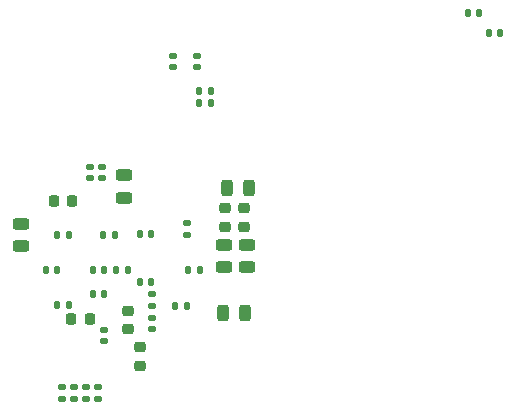
<source format=gbr>
%TF.GenerationSoftware,KiCad,Pcbnew,8.0.7*%
%TF.CreationDate,2025-01-06T00:02:34+01:00*%
%TF.ProjectId,hd_64_v0,68645f36-345f-4763-902e-6b696361645f,0.2*%
%TF.SameCoordinates,PX4737720PY55fe290*%
%TF.FileFunction,Paste,Bot*%
%TF.FilePolarity,Positive*%
%FSLAX46Y46*%
G04 Gerber Fmt 4.6, Leading zero omitted, Abs format (unit mm)*
G04 Created by KiCad (PCBNEW 8.0.7) date 2025-01-06 00:02:34*
%MOMM*%
%LPD*%
G01*
G04 APERTURE LIST*
G04 Aperture macros list*
%AMRoundRect*
0 Rectangle with rounded corners*
0 $1 Rounding radius*
0 $2 $3 $4 $5 $6 $7 $8 $9 X,Y pos of 4 corners*
0 Add a 4 corners polygon primitive as box body*
4,1,4,$2,$3,$4,$5,$6,$7,$8,$9,$2,$3,0*
0 Add four circle primitives for the rounded corners*
1,1,$1+$1,$2,$3*
1,1,$1+$1,$4,$5*
1,1,$1+$1,$6,$7*
1,1,$1+$1,$8,$9*
0 Add four rect primitives between the rounded corners*
20,1,$1+$1,$2,$3,$4,$5,0*
20,1,$1+$1,$4,$5,$6,$7,0*
20,1,$1+$1,$6,$7,$8,$9,0*
20,1,$1+$1,$8,$9,$2,$3,0*%
G04 Aperture macros list end*
%ADD10RoundRect,0.243750X-0.456250X0.243750X-0.456250X-0.243750X0.456250X-0.243750X0.456250X0.243750X0*%
%ADD11RoundRect,0.147500X-0.147500X-0.172500X0.147500X-0.172500X0.147500X0.172500X-0.147500X0.172500X0*%
%ADD12RoundRect,0.147500X0.172500X-0.147500X0.172500X0.147500X-0.172500X0.147500X-0.172500X-0.147500X0*%
%ADD13RoundRect,0.147500X-0.172500X0.147500X-0.172500X-0.147500X0.172500X-0.147500X0.172500X0.147500X0*%
%ADD14RoundRect,0.147500X0.147500X0.172500X-0.147500X0.172500X-0.147500X-0.172500X0.147500X-0.172500X0*%
%ADD15RoundRect,0.218750X0.218750X0.256250X-0.218750X0.256250X-0.218750X-0.256250X0.218750X-0.256250X0*%
%ADD16RoundRect,0.243750X0.243750X0.456250X-0.243750X0.456250X-0.243750X-0.456250X0.243750X-0.456250X0*%
%ADD17RoundRect,0.218750X0.256250X-0.218750X0.256250X0.218750X-0.256250X0.218750X-0.256250X-0.218750X0*%
%ADD18RoundRect,0.243750X0.456250X-0.243750X0.456250X0.243750X-0.456250X0.243750X-0.456250X-0.243750X0*%
%ADD19RoundRect,0.243750X-0.243750X-0.456250X0.243750X-0.456250X0.243750X0.456250X-0.243750X0.456250X0*%
%ADD20RoundRect,0.218750X-0.256250X0.218750X-0.256250X-0.218750X0.256250X-0.218750X0.256250X0.218750X0*%
G04 APERTURE END LIST*
D10*
X24924000Y38807500D03*
X24924000Y36932500D03*
D11*
X45362000Y56769000D03*
X46332000Y56769000D03*
X15839000Y35670000D03*
X16809000Y35670000D03*
X18839000Y33670000D03*
X19809000Y33670000D03*
D12*
X12824000Y30685000D03*
X12824000Y31655000D03*
D13*
X12319000Y26774000D03*
X12319000Y25804000D03*
D11*
X7839000Y36670000D03*
X8809000Y36670000D03*
D14*
X20909000Y36670000D03*
X19939000Y36670000D03*
D13*
X19824000Y40655000D03*
X19824000Y39685000D03*
D14*
X12804000Y34670000D03*
X11834000Y34670000D03*
X12809000Y36670000D03*
X11839000Y36670000D03*
D12*
X18669000Y53871000D03*
X18669000Y54841000D03*
D13*
X11624000Y45455000D03*
X11624000Y44485000D03*
D15*
X10111500Y42570000D03*
X8536500Y42570000D03*
X11611500Y32570000D03*
X10036500Y32570000D03*
D13*
X9271000Y26774000D03*
X9271000Y25804000D03*
X10287000Y26774000D03*
X10287000Y25804000D03*
D10*
X22924000Y38807500D03*
X22924000Y36932500D03*
D16*
X25061500Y43670000D03*
X23186500Y43670000D03*
D14*
X14809000Y36670000D03*
X13839000Y36670000D03*
X9809000Y33770000D03*
X8839000Y33770000D03*
D12*
X20701000Y53871000D03*
X20701000Y54841000D03*
D17*
X23024000Y40382500D03*
X23024000Y41957500D03*
D14*
X9809000Y39670000D03*
X8839000Y39670000D03*
D13*
X11303000Y26774000D03*
X11303000Y25804000D03*
D10*
X5724000Y40607500D03*
X5724000Y38732500D03*
D17*
X24624000Y40382500D03*
X24624000Y41957500D03*
D13*
X12624000Y45455000D03*
X12624000Y44485000D03*
D11*
X20851000Y51816000D03*
X21821000Y51816000D03*
D13*
X16824000Y34655000D03*
X16824000Y33685000D03*
D14*
X16809000Y39770000D03*
X15839000Y39770000D03*
X44554000Y58420000D03*
X43584000Y58420000D03*
D11*
X12739000Y39670000D03*
X13709000Y39670000D03*
D18*
X14524000Y42832500D03*
X14524000Y44707500D03*
D13*
X16824000Y32655000D03*
X16824000Y31685000D03*
D19*
X22886500Y33070000D03*
X24761500Y33070000D03*
D17*
X14824000Y31682500D03*
X14824000Y33257500D03*
D11*
X20839000Y50800000D03*
X21809000Y50800000D03*
D20*
X15824000Y30157500D03*
X15824000Y28582500D03*
M02*

</source>
